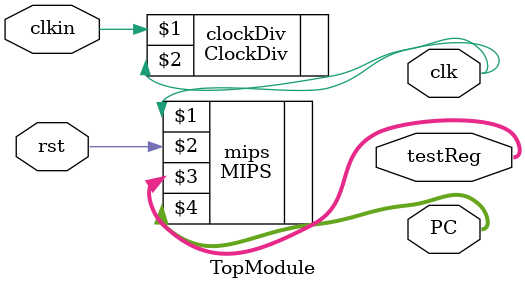
<source format=v>
module TopModule(clkin, rst, clk, testReg, PC);
	input clkin, rst;
	output [31:0] testReg;
	output [31:0] PC;
	output clk;
	
	ClockDiv clockDiv(clkin, clk); // use this for board clock
	MIPS mips(clk, rst, testReg, PC);
	
endmodule
</source>
